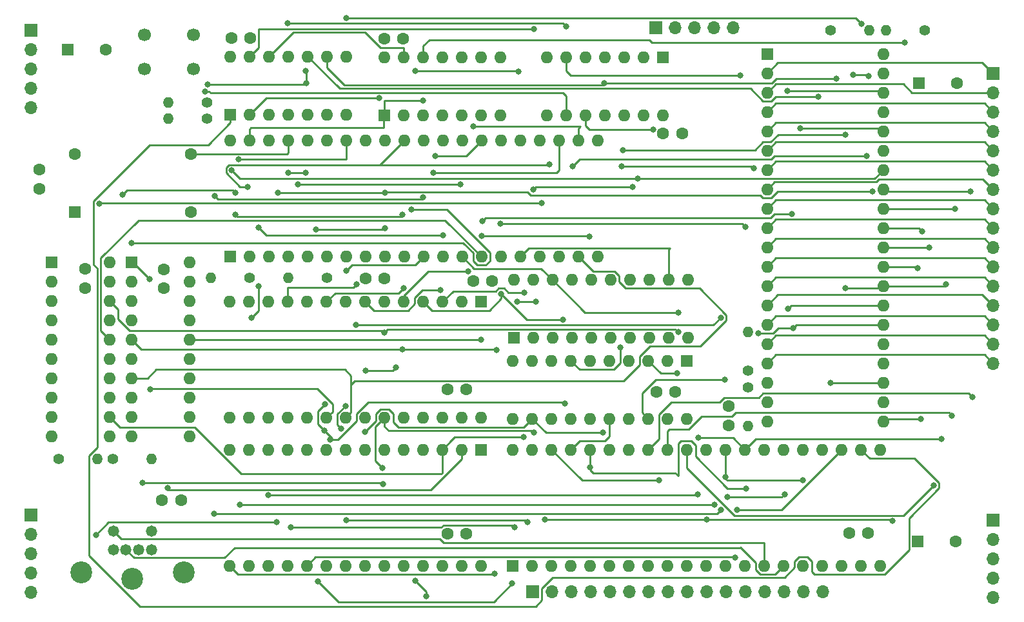
<source format=gbl>
%TF.GenerationSoftware,KiCad,Pcbnew,5.1.12-84ad8e8a86~92~ubuntu18.04.1*%
%TF.CreationDate,2022-05-14T09:18:38-04:00*%
%TF.ProjectId,kicad_vectron_65_plus,6b696361-645f-4766-9563-74726f6e5f36,rev?*%
%TF.SameCoordinates,Original*%
%TF.FileFunction,Copper,L4,Bot*%
%TF.FilePolarity,Positive*%
%FSLAX46Y46*%
G04 Gerber Fmt 4.6, Leading zero omitted, Abs format (unit mm)*
G04 Created by KiCad (PCBNEW 5.1.12-84ad8e8a86~92~ubuntu18.04.1) date 2022-05-14 09:18:38*
%MOMM*%
%LPD*%
G01*
G04 APERTURE LIST*
%TA.AperFunction,ComponentPad*%
%ADD10C,1.600000*%
%TD*%
%TA.AperFunction,ComponentPad*%
%ADD11R,1.600000X1.600000*%
%TD*%
%TA.AperFunction,ComponentPad*%
%ADD12O,1.600000X1.600000*%
%TD*%
%TA.AperFunction,ComponentPad*%
%ADD13C,1.700000*%
%TD*%
%TA.AperFunction,ComponentPad*%
%ADD14O,1.400000X1.400000*%
%TD*%
%TA.AperFunction,ComponentPad*%
%ADD15C,1.400000*%
%TD*%
%TA.AperFunction,ComponentPad*%
%ADD16O,1.700000X1.700000*%
%TD*%
%TA.AperFunction,ComponentPad*%
%ADD17R,1.700000X1.700000*%
%TD*%
%TA.AperFunction,ComponentPad*%
%ADD18C,2.870200*%
%TD*%
%TA.AperFunction,ComponentPad*%
%ADD19C,1.473200*%
%TD*%
%TA.AperFunction,ViaPad*%
%ADD20C,0.800000*%
%TD*%
%TA.AperFunction,Conductor*%
%ADD21C,0.250000*%
%TD*%
G04 APERTURE END LIST*
D10*
%TO.P,X1,7*%
%TO.N,GND*%
X61468000Y-58166000D03*
%TO.P,X1,8*%
%TO.N,Net-(U1-Pad37)*%
X61468000Y-50546000D03*
%TO.P,X1,14*%
%TO.N,+5V*%
X46228000Y-50546000D03*
D11*
%TO.P,X1,1*%
%TO.N,Net-(X1-Pad1)*%
X46228000Y-58166000D03*
%TD*%
D12*
%TO.P,U12,20*%
%TO.N,+5V*%
X103835200Y-67106800D03*
%TO.P,U12,10*%
%TO.N,GND*%
X126695200Y-74726800D03*
%TO.P,U12,19*%
%TO.N,Net-(U11-Pad4)*%
X106375200Y-67106800D03*
%TO.P,U12,9*%
%TO.N,GND*%
X124155200Y-74726800D03*
%TO.P,U12,18*%
%TO.N,Net-(U1-Pad13)*%
X108915200Y-67106800D03*
%TO.P,U12,8*%
%TO.N,GND*%
X121615200Y-74726800D03*
%TO.P,U12,17*%
X111455200Y-67106800D03*
%TO.P,U12,7*%
X119075200Y-74726800D03*
%TO.P,U12,16*%
%TO.N,Net-(U1-Pad14)*%
X113995200Y-67106800D03*
%TO.P,U12,6*%
%TO.N,GND*%
X116535200Y-74726800D03*
%TO.P,U12,15*%
%TO.N,+5V*%
X116535200Y-67106800D03*
%TO.P,U12,5*%
%TO.N,GND*%
X113995200Y-74726800D03*
%TO.P,U12,14*%
%TO.N,Net-(U1-Pad15)*%
X119075200Y-67106800D03*
%TO.P,U12,4*%
%TO.N,GND*%
X111455200Y-74726800D03*
%TO.P,U12,13*%
%TO.N,+5V*%
X121615200Y-67106800D03*
%TO.P,U12,3*%
%TO.N,GND*%
X108915200Y-74726800D03*
%TO.P,U12,12*%
%TO.N,Net-(U1-Pad16)*%
X124155200Y-67106800D03*
%TO.P,U12,2*%
%TO.N,GND*%
X106375200Y-74726800D03*
%TO.P,U12,11*%
%TO.N,+5V*%
X126695200Y-67106800D03*
D11*
%TO.P,U12,1*%
%TO.N,Net-(U12-Pad1)*%
X103835200Y-74726800D03*
%TD*%
D12*
%TO.P,U11,14*%
%TO.N,+5V*%
X123444000Y-45466000D03*
%TO.P,U11,7*%
%TO.N,GND*%
X108204000Y-37846000D03*
%TO.P,U11,13*%
%TO.N,Net-(U11-Pad13)*%
X120904000Y-45466000D03*
%TO.P,U11,6*%
%TO.N,Net-(U11-Pad6)*%
X110744000Y-37846000D03*
%TO.P,U11,12*%
%TO.N,Net-(U11-Pad12)*%
X118364000Y-45466000D03*
%TO.P,U11,5*%
X113284000Y-37846000D03*
%TO.P,U11,11*%
%TO.N,Net-(U11-Pad11)*%
X115824000Y-45466000D03*
%TO.P,U11,4*%
%TO.N,Net-(U11-Pad4)*%
X115824000Y-37846000D03*
%TO.P,U11,10*%
%TO.N,Net-(U11-Pad10)*%
X113284000Y-45466000D03*
%TO.P,U11,3*%
%TO.N,Net-(U11-Pad3)*%
X118364000Y-37846000D03*
%TO.P,U11,9*%
%TO.N,Net-(U11-Pad12)*%
X110744000Y-45466000D03*
%TO.P,U11,2*%
%TO.N,Net-(U11-Pad2)*%
X120904000Y-37846000D03*
%TO.P,U11,8*%
%TO.N,Net-(U11-Pad8)*%
X108204000Y-45466000D03*
D11*
%TO.P,U11,1*%
%TO.N,Net-(U11-Pad1)*%
X123444000Y-37846000D03*
%TD*%
D12*
%TO.P,U10,14*%
%TO.N,+5V*%
X86868000Y-37846000D03*
%TO.P,U10,7*%
%TO.N,GND*%
X102108000Y-45466000D03*
%TO.P,U10,13*%
%TO.N,Net-(U10-Pad13)*%
X89408000Y-37846000D03*
%TO.P,U10,6*%
%TO.N,Net-(U10-Pad6)*%
X99568000Y-45466000D03*
%TO.P,U10,12*%
%TO.N,Net-(U1-Pad39)*%
X91948000Y-37846000D03*
%TO.P,U10,5*%
%TO.N,Net-(U10-Pad5)*%
X97028000Y-45466000D03*
%TO.P,U10,11*%
%TO.N,Net-(U10-Pad11)*%
X94488000Y-37846000D03*
%TO.P,U10,4*%
%TO.N,Net-(U10-Pad4)*%
X94488000Y-45466000D03*
%TO.P,U10,10*%
%TO.N,Net-(U10-Pad10)*%
X97028000Y-37846000D03*
%TO.P,U10,3*%
%TO.N,Net-(U10-Pad3)*%
X91948000Y-45466000D03*
%TO.P,U10,9*%
%TO.N,Net-(U10-Pad9)*%
X99568000Y-37846000D03*
%TO.P,U10,2*%
%TO.N,Net-(U10-Pad2)*%
X89408000Y-45466000D03*
%TO.P,U10,8*%
%TO.N,Net-(U10-Pad8)*%
X102108000Y-37846000D03*
D11*
%TO.P,U10,1*%
%TO.N,Net-(U1-Pad39)*%
X86868000Y-45466000D03*
%TD*%
D12*
%TO.P,U9,14*%
%TO.N,+5V*%
X66649600Y-37795200D03*
%TO.P,U9,7*%
%TO.N,GND*%
X81889600Y-45415200D03*
%TO.P,U9,13*%
%TO.N,Net-(U11-Pad8)*%
X69189600Y-37795200D03*
%TO.P,U9,6*%
%TO.N,Net-(U3-Pad20)*%
X79349600Y-45415200D03*
%TO.P,U9,12*%
%TO.N,Net-(U10-Pad13)*%
X71729600Y-37795200D03*
%TO.P,U9,5*%
%TO.N,Net-(U1-Pad25)*%
X76809600Y-45415200D03*
%TO.P,U9,11*%
%TO.N,Net-(U11-Pad6)*%
X74269600Y-37795200D03*
%TO.P,U9,4*%
%TO.N,Net-(U6-Pad27)*%
X74269600Y-45415200D03*
%TO.P,U9,10*%
%TO.N,Net-(U5-Pad24)*%
X76809600Y-37795200D03*
%TO.P,U9,3*%
%TO.N,Net-(U10-Pad3)*%
X71729600Y-45415200D03*
%TO.P,U9,9*%
%TO.N,Net-(U11-Pad11)*%
X79349600Y-37795200D03*
%TO.P,U9,2*%
%TO.N,Net-(U10-Pad2)*%
X69189600Y-45415200D03*
%TO.P,U9,8*%
%TO.N,Net-(U2-Pad24)*%
X81889600Y-37795200D03*
D11*
%TO.P,U9,1*%
%TO.N,Net-(U1-Pad34)*%
X66649600Y-45415200D03*
%TD*%
D12*
%TO.P,U8,20*%
%TO.N,+5V*%
X126593600Y-85344000D03*
%TO.P,U8,10*%
%TO.N,GND*%
X103733600Y-77724000D03*
%TO.P,U8,19*%
%TO.N,Net-(U11-Pad10)*%
X124053600Y-85344000D03*
%TO.P,U8,9*%
%TO.N,Net-(U1-Pad16)*%
X106273600Y-77724000D03*
%TO.P,U8,18*%
%TO.N,Net-(U1-Pad9)*%
X121513600Y-85344000D03*
%TO.P,U8,8*%
%TO.N,GND*%
X108813600Y-77724000D03*
%TO.P,U8,17*%
X118973600Y-85344000D03*
%TO.P,U8,7*%
%TO.N,Net-(U1-Pad15)*%
X111353600Y-77724000D03*
%TO.P,U8,16*%
%TO.N,Net-(U1-Pad10)*%
X116433600Y-85344000D03*
%TO.P,U8,6*%
%TO.N,GND*%
X113893600Y-77724000D03*
%TO.P,U8,15*%
X113893600Y-85344000D03*
%TO.P,U8,5*%
%TO.N,Net-(U1-Pad14)*%
X116433600Y-77724000D03*
%TO.P,U8,14*%
%TO.N,Net-(U1-Pad11)*%
X111353600Y-85344000D03*
%TO.P,U8,4*%
%TO.N,GND*%
X118973600Y-77724000D03*
%TO.P,U8,13*%
X108813600Y-85344000D03*
%TO.P,U8,3*%
%TO.N,Net-(U1-Pad13)*%
X121513600Y-77724000D03*
%TO.P,U8,12*%
%TO.N,Net-(U1-Pad12)*%
X106273600Y-85344000D03*
%TO.P,U8,2*%
%TO.N,GND*%
X124053600Y-77724000D03*
%TO.P,U8,11*%
X103733600Y-85344000D03*
D11*
%TO.P,U8,1*%
%TO.N,Net-(U8-Pad1)*%
X126593600Y-77724000D03*
%TD*%
D12*
%TO.P,U7,20*%
%TO.N,+5V*%
X50749200Y-64770000D03*
%TO.P,U7,10*%
%TO.N,GND*%
X43129200Y-87630000D03*
%TO.P,U7,19*%
%TO.N,Net-(U11-Pad13)*%
X50749200Y-67310000D03*
%TO.P,U7,9*%
%TO.N,GND*%
X43129200Y-85090000D03*
%TO.P,U7,18*%
%TO.N,Net-(U1-Pad13)*%
X50749200Y-69850000D03*
%TO.P,U7,8*%
%TO.N,GND*%
X43129200Y-82550000D03*
%TO.P,U7,17*%
%TO.N,+5V*%
X50749200Y-72390000D03*
%TO.P,U7,7*%
%TO.N,GND*%
X43129200Y-80010000D03*
%TO.P,U7,16*%
%TO.N,Net-(U1-Pad14)*%
X50749200Y-74930000D03*
%TO.P,U7,6*%
%TO.N,GND*%
X43129200Y-77470000D03*
%TO.P,U7,15*%
%TO.N,+5V*%
X50749200Y-77470000D03*
%TO.P,U7,5*%
%TO.N,GND*%
X43129200Y-74930000D03*
%TO.P,U7,14*%
%TO.N,Net-(U1-Pad15)*%
X50749200Y-80010000D03*
%TO.P,U7,4*%
%TO.N,GND*%
X43129200Y-72390000D03*
%TO.P,U7,13*%
%TO.N,+5V*%
X50749200Y-82550000D03*
%TO.P,U7,3*%
%TO.N,GND*%
X43129200Y-69850000D03*
%TO.P,U7,12*%
%TO.N,Net-(U1-Pad16)*%
X50749200Y-85090000D03*
%TO.P,U7,2*%
%TO.N,GND*%
X43129200Y-67310000D03*
%TO.P,U7,11*%
%TO.N,+5V*%
X50749200Y-87630000D03*
D11*
%TO.P,U7,1*%
%TO.N,Net-(U7-Pad1)*%
X43129200Y-64770000D03*
%TD*%
D12*
%TO.P,U6,28*%
%TO.N,+5V*%
X99568000Y-85242400D03*
%TO.P,U6,14*%
%TO.N,GND*%
X66548000Y-70002400D03*
%TO.P,U6,27*%
%TO.N,Net-(U6-Pad27)*%
X97028000Y-85242400D03*
%TO.P,U6,13*%
%TO.N,Net-(U1-Pad31)*%
X69088000Y-70002400D03*
%TO.P,U6,26*%
%TO.N,Net-(U1-Pad23)*%
X94488000Y-85242400D03*
%TO.P,U6,12*%
%TO.N,Net-(U1-Pad32)*%
X71628000Y-70002400D03*
%TO.P,U6,25*%
%TO.N,Net-(U1-Pad17)*%
X91948000Y-85242400D03*
%TO.P,U6,11*%
%TO.N,Net-(U1-Pad33)*%
X74168000Y-70002400D03*
%TO.P,U6,24*%
%TO.N,Net-(U1-Pad18)*%
X89408000Y-85242400D03*
%TO.P,U6,10*%
%TO.N,Net-(U1-Pad9)*%
X76708000Y-70002400D03*
%TO.P,U6,23*%
%TO.N,Net-(U1-Pad20)*%
X86868000Y-85242400D03*
%TO.P,U6,9*%
%TO.N,Net-(U1-Pad10)*%
X79248000Y-70002400D03*
%TO.P,U6,22*%
%TO.N,Net-(U10-Pad2)*%
X84328000Y-85242400D03*
%TO.P,U6,8*%
%TO.N,Net-(U1-Pad11)*%
X81788000Y-70002400D03*
%TO.P,U6,21*%
%TO.N,Net-(U1-Pad19)*%
X81788000Y-85242400D03*
%TO.P,U6,7*%
%TO.N,Net-(U1-Pad12)*%
X84328000Y-70002400D03*
%TO.P,U6,20*%
%TO.N,Net-(U4-Pad1)*%
X79248000Y-85242400D03*
%TO.P,U6,6*%
%TO.N,Net-(U1-Pad13)*%
X86868000Y-70002400D03*
%TO.P,U6,19*%
%TO.N,Net-(U1-Pad26)*%
X76708000Y-85242400D03*
%TO.P,U6,5*%
%TO.N,Net-(U1-Pad14)*%
X89408000Y-70002400D03*
%TO.P,U6,18*%
%TO.N,Net-(U1-Pad27)*%
X74168000Y-85242400D03*
%TO.P,U6,4*%
%TO.N,Net-(U1-Pad15)*%
X91948000Y-70002400D03*
%TO.P,U6,17*%
%TO.N,Net-(U1-Pad28)*%
X71628000Y-85242400D03*
%TO.P,U6,3*%
%TO.N,Net-(U1-Pad16)*%
X94488000Y-70002400D03*
%TO.P,U6,16*%
%TO.N,Net-(U1-Pad29)*%
X69088000Y-85242400D03*
%TO.P,U6,2*%
%TO.N,Net-(U1-Pad22)*%
X97028000Y-70002400D03*
%TO.P,U6,15*%
%TO.N,Net-(U1-Pad30)*%
X66548000Y-85242400D03*
D11*
%TO.P,U6,1*%
%TO.N,Net-(U1-Pad24)*%
X99568000Y-70002400D03*
%TD*%
D12*
%TO.P,U5,40*%
%TO.N,Net-(U5-Pad40)*%
X103733600Y-89408000D03*
%TO.P,U5,20*%
%TO.N,+5V*%
X151993600Y-104648000D03*
%TO.P,U5,39*%
%TO.N,Net-(U5-Pad39)*%
X106273600Y-89408000D03*
%TO.P,U5,19*%
%TO.N,Net-(U5-Pad19)*%
X149453600Y-104648000D03*
%TO.P,U5,38*%
%TO.N,Net-(U1-Pad9)*%
X108813600Y-89408000D03*
%TO.P,U5,18*%
%TO.N,Net-(U5-Pad18)*%
X146913600Y-104648000D03*
%TO.P,U5,37*%
%TO.N,Net-(U1-Pad10)*%
X111353600Y-89408000D03*
%TO.P,U5,17*%
%TO.N,Net-(J4-Pad16)*%
X144373600Y-104648000D03*
%TO.P,U5,36*%
%TO.N,Net-(U1-Pad11)*%
X113893600Y-89408000D03*
%TO.P,U5,16*%
%TO.N,Net-(J4-Pad15)*%
X141833600Y-104648000D03*
%TO.P,U5,35*%
%TO.N,Net-(U1-Pad12)*%
X116433600Y-89408000D03*
%TO.P,U5,15*%
%TO.N,Net-(J4-Pad14)*%
X139293600Y-104648000D03*
%TO.P,U5,34*%
%TO.N,Net-(R1-Pad1)*%
X118973600Y-89408000D03*
%TO.P,U5,14*%
%TO.N,Net-(J4-Pad13)*%
X136753600Y-104648000D03*
%TO.P,U5,33*%
%TO.N,Net-(U1-Pad33)*%
X121513600Y-89408000D03*
%TO.P,U5,13*%
%TO.N,Net-(J4-Pad12)*%
X134213600Y-104648000D03*
%TO.P,U5,32*%
%TO.N,Net-(U1-Pad32)*%
X124053600Y-89408000D03*
%TO.P,U5,12*%
%TO.N,Net-(J4-Pad11)*%
X131673600Y-104648000D03*
%TO.P,U5,31*%
%TO.N,Net-(U1-Pad31)*%
X126593600Y-89408000D03*
%TO.P,U5,11*%
%TO.N,Net-(J4-Pad10)*%
X129133600Y-104648000D03*
%TO.P,U5,30*%
%TO.N,Net-(U1-Pad30)*%
X129133600Y-89408000D03*
%TO.P,U5,10*%
%TO.N,Net-(J4-Pad9)*%
X126593600Y-104648000D03*
%TO.P,U5,29*%
%TO.N,Net-(U1-Pad29)*%
X131673600Y-89408000D03*
%TO.P,U5,9*%
%TO.N,Net-(J4-Pad8)*%
X124053600Y-104648000D03*
%TO.P,U5,28*%
%TO.N,Net-(U1-Pad28)*%
X134213600Y-89408000D03*
%TO.P,U5,8*%
%TO.N,Net-(J4-Pad7)*%
X121513600Y-104648000D03*
%TO.P,U5,27*%
%TO.N,Net-(U1-Pad27)*%
X136753600Y-89408000D03*
%TO.P,U5,7*%
%TO.N,Net-(J4-Pad6)*%
X118973600Y-104648000D03*
%TO.P,U5,26*%
%TO.N,Net-(U1-Pad26)*%
X139293600Y-89408000D03*
%TO.P,U5,6*%
%TO.N,Net-(J4-Pad5)*%
X116433600Y-104648000D03*
%TO.P,U5,25*%
%TO.N,Net-(U1-Pad39)*%
X141833600Y-89408000D03*
%TO.P,U5,5*%
%TO.N,Net-(J4-Pad4)*%
X113893600Y-104648000D03*
%TO.P,U5,24*%
%TO.N,Net-(U5-Pad24)*%
X144373600Y-89408000D03*
%TO.P,U5,4*%
%TO.N,Net-(J4-Pad3)*%
X111353600Y-104648000D03*
%TO.P,U5,23*%
%TO.N,Net-(U11-Pad6)*%
X146913600Y-89408000D03*
%TO.P,U5,3*%
%TO.N,Net-(J4-Pad2)*%
X108813600Y-104648000D03*
%TO.P,U5,22*%
%TO.N,Net-(U1-Pad34)*%
X149453600Y-89408000D03*
%TO.P,U5,2*%
%TO.N,Net-(J4-Pad1)*%
X106273600Y-104648000D03*
%TO.P,U5,21*%
%TO.N,Net-(U5-Pad21)*%
X151993600Y-89408000D03*
D11*
%TO.P,U5,1*%
%TO.N,GND*%
X103733600Y-104648000D03*
%TD*%
D12*
%TO.P,U4,20*%
%TO.N,+5V*%
X61264800Y-64770000D03*
%TO.P,U4,10*%
%TO.N,GND*%
X53644800Y-87630000D03*
%TO.P,U4,19*%
%TO.N,Net-(U11-Pad12)*%
X61264800Y-67310000D03*
%TO.P,U4,9*%
%TO.N,Net-(U1-Pad20)*%
X53644800Y-85090000D03*
%TO.P,U4,18*%
%TO.N,Net-(U1-Pad25)*%
X61264800Y-69850000D03*
%TO.P,U4,8*%
%TO.N,+5V*%
X53644800Y-82550000D03*
%TO.P,U4,17*%
%TO.N,GND*%
X61264800Y-72390000D03*
%TO.P,U4,7*%
%TO.N,Net-(U1-Pad19)*%
X53644800Y-80010000D03*
%TO.P,U4,16*%
%TO.N,Net-(U1-Pad24)*%
X61264800Y-74930000D03*
%TO.P,U4,6*%
%TO.N,+5V*%
X53644800Y-77470000D03*
%TO.P,U4,15*%
X61264800Y-77470000D03*
%TO.P,U4,5*%
%TO.N,Net-(U1-Pad18)*%
X53644800Y-74930000D03*
%TO.P,U4,14*%
%TO.N,Net-(U1-Pad23)*%
X61264800Y-80010000D03*
%TO.P,U4,4*%
%TO.N,+5V*%
X53644800Y-72390000D03*
%TO.P,U4,13*%
X61264800Y-82550000D03*
%TO.P,U4,3*%
%TO.N,Net-(U1-Pad17)*%
X53644800Y-69850000D03*
%TO.P,U4,12*%
%TO.N,Net-(U1-Pad22)*%
X61264800Y-85090000D03*
%TO.P,U4,2*%
%TO.N,+5V*%
X53644800Y-67310000D03*
%TO.P,U4,11*%
X61264800Y-87630000D03*
D11*
%TO.P,U4,1*%
%TO.N,Net-(U4-Pad1)*%
X53644800Y-64770000D03*
%TD*%
D12*
%TO.P,U3,28*%
%TO.N,+5V*%
X99517200Y-104648000D03*
%TO.P,U3,14*%
%TO.N,GND*%
X66497200Y-89408000D03*
%TO.P,U3,27*%
%TO.N,+5V*%
X96977200Y-104648000D03*
%TO.P,U3,13*%
%TO.N,Net-(U1-Pad31)*%
X69037200Y-89408000D03*
%TO.P,U3,26*%
%TO.N,Net-(U1-Pad23)*%
X94437200Y-104648000D03*
%TO.P,U3,12*%
%TO.N,Net-(U1-Pad32)*%
X71577200Y-89408000D03*
%TO.P,U3,25*%
%TO.N,Net-(U1-Pad17)*%
X91897200Y-104648000D03*
%TO.P,U3,11*%
%TO.N,Net-(U1-Pad33)*%
X74117200Y-89408000D03*
%TO.P,U3,24*%
%TO.N,Net-(U1-Pad18)*%
X89357200Y-104648000D03*
%TO.P,U3,10*%
%TO.N,Net-(U1-Pad9)*%
X76657200Y-89408000D03*
%TO.P,U3,23*%
%TO.N,Net-(U1-Pad20)*%
X86817200Y-104648000D03*
%TO.P,U3,9*%
%TO.N,Net-(U1-Pad10)*%
X79197200Y-89408000D03*
%TO.P,U3,22*%
%TO.N,GND*%
X84277200Y-104648000D03*
%TO.P,U3,8*%
%TO.N,Net-(U1-Pad11)*%
X81737200Y-89408000D03*
%TO.P,U3,21*%
%TO.N,Net-(U1-Pad19)*%
X81737200Y-104648000D03*
%TO.P,U3,7*%
%TO.N,Net-(U1-Pad12)*%
X84277200Y-89408000D03*
%TO.P,U3,20*%
%TO.N,Net-(U3-Pad20)*%
X79197200Y-104648000D03*
%TO.P,U3,6*%
%TO.N,Net-(U1-Pad13)*%
X86817200Y-89408000D03*
%TO.P,U3,19*%
%TO.N,Net-(U1-Pad26)*%
X76657200Y-104648000D03*
%TO.P,U3,5*%
%TO.N,Net-(U1-Pad14)*%
X89357200Y-89408000D03*
%TO.P,U3,18*%
%TO.N,Net-(U1-Pad27)*%
X74117200Y-104648000D03*
%TO.P,U3,4*%
%TO.N,Net-(U1-Pad15)*%
X91897200Y-89408000D03*
%TO.P,U3,17*%
%TO.N,Net-(U1-Pad28)*%
X71577200Y-104648000D03*
%TO.P,U3,3*%
%TO.N,Net-(U1-Pad16)*%
X94437200Y-89408000D03*
%TO.P,U3,16*%
%TO.N,Net-(U1-Pad29)*%
X69037200Y-104648000D03*
%TO.P,U3,2*%
%TO.N,Net-(U1-Pad22)*%
X96977200Y-89408000D03*
%TO.P,U3,15*%
%TO.N,Net-(U1-Pad30)*%
X66497200Y-104648000D03*
D11*
%TO.P,U3,1*%
%TO.N,Net-(U1-Pad24)*%
X99517200Y-89408000D03*
%TD*%
D12*
%TO.P,U2,40*%
%TO.N,Net-(R6-Pad2)*%
X152349200Y-37439600D03*
%TO.P,U2,20*%
%TO.N,+5V*%
X137109200Y-85699600D03*
%TO.P,U2,39*%
%TO.N,Net-(R7-Pad2)*%
X152349200Y-39979600D03*
%TO.P,U2,19*%
%TO.N,Net-(R5-Pad1)*%
X137109200Y-83159600D03*
%TO.P,U2,38*%
%TO.N,Net-(U1-Pad9)*%
X152349200Y-42519600D03*
%TO.P,U2,18*%
%TO.N,Net-(R8-Pad1)*%
X137109200Y-80619600D03*
%TO.P,U2,37*%
%TO.N,Net-(U1-Pad10)*%
X152349200Y-45059600D03*
%TO.P,U2,17*%
%TO.N,Net-(J3-Pad16)*%
X137109200Y-78079600D03*
%TO.P,U2,36*%
%TO.N,Net-(U1-Pad11)*%
X152349200Y-47599600D03*
%TO.P,U2,16*%
%TO.N,Net-(J3-Pad15)*%
X137109200Y-75539600D03*
%TO.P,U2,35*%
%TO.N,Net-(U1-Pad12)*%
X152349200Y-50139600D03*
%TO.P,U2,15*%
%TO.N,Net-(J3-Pad14)*%
X137109200Y-72999600D03*
%TO.P,U2,34*%
%TO.N,Net-(R1-Pad1)*%
X152349200Y-52679600D03*
%TO.P,U2,14*%
%TO.N,Net-(J3-Pad13)*%
X137109200Y-70459600D03*
%TO.P,U2,33*%
%TO.N,Net-(U1-Pad33)*%
X152349200Y-55219600D03*
%TO.P,U2,13*%
%TO.N,Net-(J3-Pad12)*%
X137109200Y-67919600D03*
%TO.P,U2,32*%
%TO.N,Net-(U1-Pad32)*%
X152349200Y-57759600D03*
%TO.P,U2,12*%
%TO.N,Net-(J3-Pad11)*%
X137109200Y-65379600D03*
%TO.P,U2,31*%
%TO.N,Net-(U1-Pad31)*%
X152349200Y-60299600D03*
%TO.P,U2,11*%
%TO.N,Net-(J3-Pad10)*%
X137109200Y-62839600D03*
%TO.P,U2,30*%
%TO.N,Net-(U1-Pad30)*%
X152349200Y-62839600D03*
%TO.P,U2,10*%
%TO.N,Net-(J3-Pad9)*%
X137109200Y-60299600D03*
%TO.P,U2,29*%
%TO.N,Net-(U1-Pad29)*%
X152349200Y-65379600D03*
%TO.P,U2,9*%
%TO.N,Net-(J3-Pad8)*%
X137109200Y-57759600D03*
%TO.P,U2,28*%
%TO.N,Net-(U1-Pad28)*%
X152349200Y-67919600D03*
%TO.P,U2,8*%
%TO.N,Net-(J3-Pad7)*%
X137109200Y-55219600D03*
%TO.P,U2,27*%
%TO.N,Net-(U1-Pad27)*%
X152349200Y-70459600D03*
%TO.P,U2,7*%
%TO.N,Net-(J3-Pad6)*%
X137109200Y-52679600D03*
%TO.P,U2,26*%
%TO.N,Net-(U1-Pad26)*%
X152349200Y-72999600D03*
%TO.P,U2,6*%
%TO.N,Net-(J3-Pad5)*%
X137109200Y-50139600D03*
%TO.P,U2,25*%
%TO.N,Net-(U1-Pad39)*%
X152349200Y-75539600D03*
%TO.P,U2,5*%
%TO.N,Net-(J3-Pad4)*%
X137109200Y-47599600D03*
%TO.P,U2,24*%
%TO.N,Net-(U2-Pad24)*%
X152349200Y-78079600D03*
%TO.P,U2,4*%
%TO.N,Net-(J3-Pad3)*%
X137109200Y-45059600D03*
%TO.P,U2,23*%
%TO.N,Net-(U11-Pad11)*%
X152349200Y-80619600D03*
%TO.P,U2,3*%
%TO.N,Net-(J3-Pad2)*%
X137109200Y-42519600D03*
%TO.P,U2,22*%
%TO.N,Net-(U1-Pad34)*%
X152349200Y-83159600D03*
%TO.P,U2,2*%
%TO.N,Net-(J3-Pad1)*%
X137109200Y-39979600D03*
%TO.P,U2,21*%
%TO.N,Net-(U1-Pad4)*%
X152349200Y-85699600D03*
D11*
%TO.P,U2,1*%
%TO.N,GND*%
X137109200Y-37439600D03*
%TD*%
D12*
%TO.P,U1,40*%
%TO.N,Net-(R1-Pad1)*%
X66598800Y-48818800D03*
%TO.P,U1,20*%
%TO.N,Net-(U1-Pad20)*%
X114858800Y-64058800D03*
%TO.P,U1,39*%
%TO.N,Net-(U1-Pad39)*%
X69138800Y-48818800D03*
%TO.P,U1,19*%
%TO.N,Net-(U1-Pad19)*%
X112318800Y-64058800D03*
%TO.P,U1,38*%
%TO.N,+5V*%
X71678800Y-48818800D03*
%TO.P,U1,18*%
%TO.N,Net-(U1-Pad18)*%
X109778800Y-64058800D03*
%TO.P,U1,37*%
%TO.N,Net-(U1-Pad37)*%
X74218800Y-48818800D03*
%TO.P,U1,17*%
%TO.N,Net-(U1-Pad17)*%
X107238800Y-64058800D03*
%TO.P,U1,36*%
%TO.N,Net-(R4-Pad1)*%
X76758800Y-48818800D03*
%TO.P,U1,16*%
%TO.N,Net-(U1-Pad16)*%
X104698800Y-64058800D03*
%TO.P,U1,35*%
%TO.N,Net-(U1-Pad35)*%
X79298800Y-48818800D03*
%TO.P,U1,15*%
%TO.N,Net-(U1-Pad15)*%
X102158800Y-64058800D03*
%TO.P,U1,34*%
%TO.N,Net-(U1-Pad34)*%
X81838800Y-48818800D03*
%TO.P,U1,14*%
%TO.N,Net-(U1-Pad14)*%
X99618800Y-64058800D03*
%TO.P,U1,33*%
%TO.N,Net-(U1-Pad33)*%
X84378800Y-48818800D03*
%TO.P,U1,13*%
%TO.N,Net-(U1-Pad13)*%
X97078800Y-64058800D03*
%TO.P,U1,32*%
%TO.N,Net-(U1-Pad32)*%
X86918800Y-48818800D03*
%TO.P,U1,12*%
%TO.N,Net-(U1-Pad12)*%
X94538800Y-64058800D03*
%TO.P,U1,31*%
%TO.N,Net-(U1-Pad31)*%
X89458800Y-48818800D03*
%TO.P,U1,11*%
%TO.N,Net-(U1-Pad11)*%
X91998800Y-64058800D03*
%TO.P,U1,30*%
%TO.N,Net-(U1-Pad30)*%
X91998800Y-48818800D03*
%TO.P,U1,10*%
%TO.N,Net-(U1-Pad10)*%
X89458800Y-64058800D03*
%TO.P,U1,29*%
%TO.N,Net-(U1-Pad29)*%
X94538800Y-48818800D03*
%TO.P,U1,9*%
%TO.N,Net-(U1-Pad9)*%
X86918800Y-64058800D03*
%TO.P,U1,28*%
%TO.N,Net-(U1-Pad28)*%
X97078800Y-48818800D03*
%TO.P,U1,8*%
%TO.N,+5V*%
X84378800Y-64058800D03*
%TO.P,U1,27*%
%TO.N,Net-(U1-Pad27)*%
X99618800Y-48818800D03*
%TO.P,U1,7*%
%TO.N,Net-(U1-Pad7)*%
X81838800Y-64058800D03*
%TO.P,U1,26*%
%TO.N,Net-(U1-Pad26)*%
X102158800Y-48818800D03*
%TO.P,U1,6*%
%TO.N,Net-(R2-Pad1)*%
X79298800Y-64058800D03*
%TO.P,U1,25*%
%TO.N,Net-(U1-Pad25)*%
X104698800Y-48818800D03*
%TO.P,U1,5*%
%TO.N,Net-(U1-Pad5)*%
X76758800Y-64058800D03*
%TO.P,U1,24*%
%TO.N,Net-(U1-Pad24)*%
X107238800Y-48818800D03*
%TO.P,U1,4*%
%TO.N,Net-(U1-Pad4)*%
X74218800Y-64058800D03*
%TO.P,U1,23*%
%TO.N,Net-(U1-Pad23)*%
X109778800Y-48818800D03*
%TO.P,U1,3*%
%TO.N,Net-(U1-Pad3)*%
X71678800Y-64058800D03*
%TO.P,U1,22*%
%TO.N,Net-(U1-Pad22)*%
X112318800Y-48818800D03*
%TO.P,U1,2*%
%TO.N,Net-(R3-Pad1)*%
X69138800Y-64058800D03*
%TO.P,U1,21*%
%TO.N,GND*%
X114858800Y-48818800D03*
D11*
%TO.P,U1,1*%
%TO.N,Net-(U1-Pad1)*%
X66598800Y-64058800D03*
%TD*%
D13*
%TO.P,Reset,1*%
%TO.N,Net-(SW1-Pad1)*%
X55323600Y-34899600D03*
%TO.P,Reset,2*%
%TO.N,Net-(R1-Pad1)*%
X61823600Y-34899600D03*
%TO.P,Reset,3*%
%TO.N,GND*%
X55323600Y-39399600D03*
%TO.P,Reset,4*%
X61823600Y-39399600D03*
%TD*%
D14*
%TO.P,R10,2*%
%TO.N,Net-(J4-Pad14)*%
X49174400Y-90627200D03*
D15*
%TO.P,R10,1*%
%TO.N,+5V*%
X44094400Y-90627200D03*
%TD*%
D14*
%TO.P,R9,2*%
%TO.N,+5V*%
X56286400Y-90627200D03*
D15*
%TO.P,R9,1*%
%TO.N,Net-(J4-Pad13)*%
X51206400Y-90627200D03*
%TD*%
D14*
%TO.P,R8,2*%
%TO.N,GND*%
X134569200Y-73964800D03*
D15*
%TO.P,R8,1*%
%TO.N,Net-(R8-Pad1)*%
X134569200Y-79044800D03*
%TD*%
D14*
%TO.P,R7,2*%
%TO.N,Net-(R7-Pad2)*%
X150520400Y-34290000D03*
D15*
%TO.P,R7,1*%
%TO.N,GND*%
X145440400Y-34290000D03*
%TD*%
D14*
%TO.P,R6,2*%
%TO.N,Net-(R6-Pad2)*%
X152755600Y-34290000D03*
D15*
%TO.P,R6,1*%
%TO.N,GND*%
X157835600Y-34290000D03*
%TD*%
D14*
%TO.P,R5,2*%
%TO.N,GND*%
X134569200Y-86309200D03*
D15*
%TO.P,R5,1*%
%TO.N,Net-(R5-Pad1)*%
X134569200Y-81229200D03*
%TD*%
D14*
%TO.P,R4,2*%
%TO.N,+5V*%
X58470800Y-45923200D03*
D15*
%TO.P,R4,1*%
%TO.N,Net-(R4-Pad1)*%
X63550800Y-45923200D03*
%TD*%
D14*
%TO.P,R3,2*%
%TO.N,+5V*%
X64058800Y-66802000D03*
D15*
%TO.P,R3,1*%
%TO.N,Net-(R3-Pad1)*%
X69138800Y-66802000D03*
%TD*%
D14*
%TO.P,R2,2*%
%TO.N,+5V*%
X74218800Y-66852800D03*
D15*
%TO.P,R2,1*%
%TO.N,Net-(R2-Pad1)*%
X79298800Y-66852800D03*
%TD*%
D14*
%TO.P,R1,2*%
%TO.N,+5V*%
X58470800Y-43789600D03*
D15*
%TO.P,R1,1*%
%TO.N,Net-(R1-Pad1)*%
X63550800Y-43789600D03*
%TD*%
D16*
%TO.P,J7,5*%
%TO.N,GND*%
X40436800Y-44450000D03*
%TO.P,J7,4*%
X40436800Y-41910000D03*
%TO.P,J7,3*%
X40436800Y-39370000D03*
%TO.P,J7,2*%
%TO.N,+5V*%
X40436800Y-36830000D03*
D17*
%TO.P,J7,1*%
X40436800Y-34290000D03*
%TD*%
D16*
%TO.P,J6,5*%
%TO.N,GND*%
X40436800Y-108153200D03*
%TO.P,J6,4*%
X40436800Y-105613200D03*
%TO.P,J6,3*%
X40436800Y-103073200D03*
%TO.P,J6,2*%
%TO.N,+5V*%
X40436800Y-100533200D03*
D17*
%TO.P,J6,1*%
X40436800Y-97993200D03*
%TD*%
D18*
%TO.P,J5,11*%
%TO.N,N/C*%
X53771800Y-106375200D03*
%TO.P,J5,10*%
X47015400Y-105562400D03*
%TO.P,J5,9*%
X60528200Y-105562400D03*
D19*
%TO.P,J5,5*%
%TO.N,Net-(J4-Pad13)*%
X51257200Y-100076000D03*
%TO.P,J5,6*%
%TO.N,Net-(J5-Pad6)*%
X56286400Y-100076000D03*
%TO.P,J5,3*%
%TO.N,GND*%
X51257200Y-102565200D03*
%TO.P,J5,1*%
%TO.N,Net-(J4-Pad14)*%
X52933600Y-102565200D03*
%TO.P,J5,2*%
%TO.N,Net-(J5-Pad2)*%
X54610000Y-102565200D03*
%TO.P,J5,4*%
%TO.N,+5V*%
X56286400Y-102565200D03*
%TD*%
D16*
%TO.P,J4,16*%
%TO.N,Net-(J4-Pad16)*%
X144424400Y-108102400D03*
%TO.P,J4,15*%
%TO.N,Net-(J4-Pad15)*%
X141884400Y-108102400D03*
%TO.P,J4,14*%
%TO.N,Net-(J4-Pad14)*%
X139344400Y-108102400D03*
%TO.P,J4,13*%
%TO.N,Net-(J4-Pad13)*%
X136804400Y-108102400D03*
%TO.P,J4,12*%
%TO.N,Net-(J4-Pad12)*%
X134264400Y-108102400D03*
%TO.P,J4,11*%
%TO.N,Net-(J4-Pad11)*%
X131724400Y-108102400D03*
%TO.P,J4,10*%
%TO.N,Net-(J4-Pad10)*%
X129184400Y-108102400D03*
%TO.P,J4,9*%
%TO.N,Net-(J4-Pad9)*%
X126644400Y-108102400D03*
%TO.P,J4,8*%
%TO.N,Net-(J4-Pad8)*%
X124104400Y-108102400D03*
%TO.P,J4,7*%
%TO.N,Net-(J4-Pad7)*%
X121564400Y-108102400D03*
%TO.P,J4,6*%
%TO.N,Net-(J4-Pad6)*%
X119024400Y-108102400D03*
%TO.P,J4,5*%
%TO.N,Net-(J4-Pad5)*%
X116484400Y-108102400D03*
%TO.P,J4,4*%
%TO.N,Net-(J4-Pad4)*%
X113944400Y-108102400D03*
%TO.P,J4,3*%
%TO.N,Net-(J4-Pad3)*%
X111404400Y-108102400D03*
%TO.P,J4,2*%
%TO.N,Net-(J4-Pad2)*%
X108864400Y-108102400D03*
D17*
%TO.P,J4,1*%
%TO.N,Net-(J4-Pad1)*%
X106324400Y-108102400D03*
%TD*%
D16*
%TO.P,J3,16*%
%TO.N,Net-(J3-Pad16)*%
X166776400Y-78079600D03*
%TO.P,J3,15*%
%TO.N,Net-(J3-Pad15)*%
X166776400Y-75539600D03*
%TO.P,J3,14*%
%TO.N,Net-(J3-Pad14)*%
X166776400Y-72999600D03*
%TO.P,J3,13*%
%TO.N,Net-(J3-Pad13)*%
X166776400Y-70459600D03*
%TO.P,J3,12*%
%TO.N,Net-(J3-Pad12)*%
X166776400Y-67919600D03*
%TO.P,J3,11*%
%TO.N,Net-(J3-Pad11)*%
X166776400Y-65379600D03*
%TO.P,J3,10*%
%TO.N,Net-(J3-Pad10)*%
X166776400Y-62839600D03*
%TO.P,J3,9*%
%TO.N,Net-(J3-Pad9)*%
X166776400Y-60299600D03*
%TO.P,J3,8*%
%TO.N,Net-(J3-Pad8)*%
X166776400Y-57759600D03*
%TO.P,J3,7*%
%TO.N,Net-(J3-Pad7)*%
X166776400Y-55219600D03*
%TO.P,J3,6*%
%TO.N,Net-(J3-Pad6)*%
X166776400Y-52679600D03*
%TO.P,J3,5*%
%TO.N,Net-(J3-Pad5)*%
X166776400Y-50139600D03*
%TO.P,J3,4*%
%TO.N,Net-(J3-Pad4)*%
X166776400Y-47599600D03*
%TO.P,J3,3*%
%TO.N,Net-(J3-Pad3)*%
X166776400Y-45059600D03*
%TO.P,J3,2*%
%TO.N,Net-(J3-Pad2)*%
X166776400Y-42519600D03*
D17*
%TO.P,J3,1*%
%TO.N,Net-(J3-Pad1)*%
X166776400Y-39979600D03*
%TD*%
D16*
%TO.P,J2,5*%
%TO.N,GND*%
X132689600Y-33985200D03*
%TO.P,J2,4*%
X130149600Y-33985200D03*
%TO.P,J2,3*%
X127609600Y-33985200D03*
%TO.P,J2,2*%
%TO.N,+5V*%
X125069600Y-33985200D03*
D17*
%TO.P,J2,1*%
X122529600Y-33985200D03*
%TD*%
D16*
%TO.P,J1,5*%
%TO.N,GND*%
X166776400Y-108813600D03*
%TO.P,J1,4*%
X166776400Y-106273600D03*
%TO.P,J1,3*%
X166776400Y-103733600D03*
%TO.P,J1,2*%
%TO.N,+5V*%
X166776400Y-101193600D03*
D17*
%TO.P,J1,1*%
X166776400Y-98653600D03*
%TD*%
D10*
%TO.P,C17,2*%
%TO.N,GND*%
X161870400Y-101447600D03*
D11*
%TO.P,C17,1*%
%TO.N,+5V*%
X156870400Y-101447600D03*
%TD*%
D10*
%TO.P,C16,2*%
%TO.N,GND*%
X162022800Y-41249600D03*
D11*
%TO.P,C16,1*%
%TO.N,+5V*%
X157022800Y-41249600D03*
%TD*%
D10*
%TO.P,C15,2*%
%TO.N,GND*%
X95137600Y-81483200D03*
%TO.P,C15,1*%
%TO.N,+5V*%
X97637600Y-81483200D03*
%TD*%
%TO.P,C14,2*%
%TO.N,GND*%
X57861200Y-68235200D03*
%TO.P,C14,1*%
%TO.N,+5V*%
X57861200Y-65735200D03*
%TD*%
%TO.P,C13,2*%
%TO.N,GND*%
X60158000Y-96062800D03*
%TO.P,C13,1*%
%TO.N,+5V*%
X57658000Y-96062800D03*
%TD*%
%TO.P,C12,2*%
%TO.N,GND*%
X89317200Y-35407600D03*
%TO.P,C12,1*%
%TO.N,+5V*%
X86817200Y-35407600D03*
%TD*%
%TO.P,C11,2*%
%TO.N,GND*%
X132029200Y-83707600D03*
%TO.P,C11,1*%
%TO.N,+5V*%
X132029200Y-86207600D03*
%TD*%
%TO.P,C10,2*%
%TO.N,GND*%
X125944000Y-47904400D03*
%TO.P,C10,1*%
%TO.N,+5V*%
X123444000Y-47904400D03*
%TD*%
%TO.P,C9,2*%
%TO.N,GND*%
X86878800Y-66903600D03*
%TO.P,C9,1*%
%TO.N,+5V*%
X84378800Y-66903600D03*
%TD*%
%TO.P,C8,2*%
%TO.N,GND*%
X147868000Y-100330000D03*
%TO.P,C8,1*%
%TO.N,+5V*%
X150368000Y-100330000D03*
%TD*%
%TO.P,C7,2*%
%TO.N,GND*%
X95137600Y-100482400D03*
%TO.P,C7,1*%
%TO.N,+5V*%
X97637600Y-100482400D03*
%TD*%
%TO.P,C6,2*%
%TO.N,GND*%
X69251200Y-35356800D03*
%TO.P,C6,1*%
%TO.N,+5V*%
X66751200Y-35356800D03*
%TD*%
%TO.P,C5,2*%
%TO.N,GND*%
X122569600Y-81838800D03*
%TO.P,C5,1*%
%TO.N,+5V*%
X125069600Y-81838800D03*
%TD*%
%TO.P,C4,2*%
%TO.N,GND*%
X98490400Y-67259200D03*
%TO.P,C4,1*%
%TO.N,+5V*%
X100990400Y-67259200D03*
%TD*%
%TO.P,C3,2*%
%TO.N,GND*%
X47599600Y-68184400D03*
%TO.P,C3,1*%
%TO.N,+5V*%
X47599600Y-65684400D03*
%TD*%
%TO.P,C2,2*%
%TO.N,GND*%
X50262800Y-36880800D03*
D11*
%TO.P,C2,1*%
%TO.N,+5V*%
X45262800Y-36880800D03*
%TD*%
D10*
%TO.P,C1,2*%
%TO.N,GND*%
X41554400Y-55118000D03*
%TO.P,C1,1*%
%TO.N,+5V*%
X41554400Y-52618000D03*
%TD*%
D20*
%TO.N,Net-(R1-Pad1)*%
X66802000Y-52730400D03*
X120149401Y-53804601D03*
%TO.N,Net-(R4-Pad1)*%
X74218800Y-53079601D03*
X76555600Y-53079601D03*
%TO.N,Net-(U1-Pad20)*%
X55067200Y-93726000D03*
X86664800Y-93929200D03*
X86563200Y-91795600D03*
X106476800Y-87172800D03*
%TO.N,Net-(U1-Pad39)*%
X91897200Y-43586400D03*
X155143200Y-35966400D03*
%TO.N,Net-(U1-Pad18)*%
X89255600Y-76250800D03*
X101600000Y-76301600D03*
X104271653Y-69972347D03*
X106781600Y-70002400D03*
%TO.N,Net-(U1-Pad17)*%
X49428400Y-57099200D03*
X107492800Y-56997600D03*
X92354400Y-108661200D03*
X90932000Y-106629200D03*
%TO.N,Net-(U1-Pad16)*%
X105156000Y-87782400D03*
X105250199Y-68775799D03*
%TO.N,Net-(U1-Pad15)*%
X102209600Y-68935600D03*
X90373200Y-57861200D03*
X53695600Y-62230000D03*
X117805200Y-75946000D03*
X110286800Y-72325400D03*
%TO.N,Net-(U1-Pad34)*%
X67716400Y-51271000D03*
%TO.N,Net-(U1-Pad14)*%
X97816455Y-66032088D03*
X99618800Y-61315600D03*
X113741200Y-61417200D03*
%TO.N,Net-(U1-Pad33)*%
X83213928Y-67680181D03*
X164033200Y-82499200D03*
X163779200Y-55473600D03*
X74574400Y-99618800D03*
X103987600Y-99568000D03*
%TO.N,Net-(U1-Pad13)*%
X86868000Y-74015600D03*
X125425200Y-71374000D03*
X125323600Y-79349600D03*
X125425200Y-73964800D03*
%TO.N,Net-(U1-Pad32)*%
X72847200Y-55626000D03*
X86918800Y-55626000D03*
X161747200Y-57759600D03*
X161391600Y-84988400D03*
X150940600Y-55524400D03*
%TO.N,Net-(U1-Pad12)*%
X94234000Y-68427600D03*
X115570000Y-87172800D03*
X84277200Y-87095190D03*
X83108800Y-73050400D03*
X131013200Y-72085200D03*
%TO.N,Net-(U1-Pad31)*%
X68884800Y-54864000D03*
X108508800Y-51968400D03*
X111556800Y-52171600D03*
X150215600Y-50829599D03*
X157480000Y-60706000D03*
X158953200Y-94132400D03*
%TO.N,Net-(U1-Pad11)*%
X81737200Y-83667600D03*
X81148801Y-86614000D03*
X81889600Y-65887600D03*
X141427200Y-47199599D03*
X134315200Y-94538800D03*
X81838800Y-98653600D03*
X105664000Y-98958400D03*
X113893600Y-91694000D03*
%TO.N,Net-(U1-Pad30)*%
X64617600Y-56083200D03*
X91948000Y-56272600D03*
X158394400Y-62890400D03*
X101346000Y-105714800D03*
X107950000Y-98565800D03*
X153568400Y-98782801D03*
X129198200Y-98565800D03*
%TO.N,Net-(U1-Pad10)*%
X79044800Y-83464400D03*
X78943200Y-86868000D03*
X89408000Y-68173600D03*
X118008400Y-52171600D03*
X135331200Y-52425600D03*
X148386451Y-40132000D03*
X150418800Y-40335200D03*
X79698801Y-88107655D03*
X110540800Y-83362800D03*
%TO.N,Net-(U1-Pad29)*%
X156870400Y-65582800D03*
X141833600Y-93421200D03*
X67868800Y-96621600D03*
X130200400Y-96621600D03*
X131673600Y-93014800D03*
X69392800Y-72085200D03*
X70358000Y-67919600D03*
X70307200Y-60248800D03*
X94589600Y-61264800D03*
%TO.N,Net-(U1-Pad9)*%
X77876400Y-60502800D03*
X86969600Y-60350400D03*
X139750800Y-42265600D03*
X131521200Y-80213200D03*
X122885200Y-93421200D03*
X78130400Y-106680000D03*
X103632000Y-106984800D03*
%TO.N,Net-(U1-Pad28)*%
X160629600Y-67665600D03*
X159969200Y-87985600D03*
X71577200Y-95379201D03*
X127965200Y-95250000D03*
X128066800Y-87833200D03*
X118211600Y-50088800D03*
X147421600Y-48056800D03*
X147370800Y-68224400D03*
%TO.N,Net-(U1-Pad27)*%
X139852400Y-70916800D03*
X99720400Y-59385200D03*
X140360400Y-58449599D03*
X72694800Y-98958400D03*
X49022000Y-100584000D03*
X52476400Y-55930800D03*
X67291265Y-55675251D03*
X67288799Y-58521600D03*
X89255600Y-58566001D03*
X93522800Y-50850800D03*
%TO.N,Net-(U1-Pad26)*%
X140512800Y-73456800D03*
X102057200Y-59710201D03*
X134269199Y-60147200D03*
X135940800Y-74117200D03*
X132892800Y-103581200D03*
%TO.N,Net-(U1-Pad25)*%
X76606400Y-41300400D03*
X76555600Y-39674800D03*
X90881200Y-39674800D03*
X104495600Y-39776400D03*
X63613028Y-41418515D03*
%TO.N,Net-(U1-Pad24)*%
X99568000Y-74930000D03*
%TO.N,Net-(U1-Pad4)*%
X64465200Y-97840800D03*
X131081058Y-97329725D03*
X131876800Y-95656400D03*
X139395200Y-95300800D03*
X157269401Y-85394800D03*
%TO.N,Net-(U1-Pad23)*%
X93319600Y-53079601D03*
%TO.N,Net-(U1-Pad22)*%
X58369200Y-94451000D03*
X98552000Y-46939200D03*
%TO.N,Net-(U2-Pad24)*%
X81889600Y-32687600D03*
X149511450Y-33470228D03*
%TO.N,Net-(U11-Pad11)*%
X115722400Y-41254599D03*
X146202400Y-40669599D03*
X145440400Y-80619600D03*
%TO.N,Net-(U11-Pad12)*%
X63296800Y-42367200D03*
%TO.N,Net-(U4-Pad1)*%
X56134000Y-81483200D03*
X56032400Y-67005200D03*
%TO.N,Net-(U5-Pad24)*%
X143865600Y-43027600D03*
%TO.N,Net-(U11-Pad6)*%
X74168000Y-33412600D03*
X110693200Y-33782000D03*
X133553200Y-40284400D03*
X133197600Y-97332800D03*
%TO.N,Net-(U6-Pad27)*%
X75488800Y-54529601D03*
X96875600Y-54529601D03*
%TO.N,Net-(U10-Pad2)*%
X86203963Y-43244600D03*
X88341200Y-78638400D03*
X84378800Y-79044800D03*
%TO.N,Net-(U11-Pad10)*%
X122157195Y-47352912D03*
%TO.N,Net-(U11-Pad8)*%
X106527600Y-34137600D03*
%TO.N,Net-(U11-Pad4)*%
X119475201Y-54914800D03*
X106426000Y-55270400D03*
%TD*%
D21*
%TO.N,Net-(J3-Pad16)*%
X138234201Y-76954599D02*
X137109200Y-78079600D01*
X165651399Y-76954599D02*
X138234201Y-76954599D01*
X166776400Y-78079600D02*
X165651399Y-76954599D01*
%TO.N,Net-(J3-Pad15)*%
X138234201Y-74414599D02*
X137109200Y-75539600D01*
X165651399Y-74414599D02*
X138234201Y-74414599D01*
X166776400Y-75539600D02*
X165651399Y-74414599D01*
%TO.N,Net-(J3-Pad14)*%
X138234201Y-71874599D02*
X137109200Y-72999600D01*
X165651399Y-71874599D02*
X138234201Y-71874599D01*
X166776400Y-72999600D02*
X165651399Y-71874599D01*
%TO.N,Net-(J3-Pad13)*%
X165361401Y-69044601D02*
X138524199Y-69044601D01*
X138524199Y-69044601D02*
X137109200Y-70459600D01*
X166776400Y-70459600D02*
X165361401Y-69044601D01*
%TO.N,Net-(J3-Pad12)*%
X138234201Y-66794599D02*
X137109200Y-67919600D01*
X165651399Y-66794599D02*
X138234201Y-66794599D01*
X166776400Y-67919600D02*
X165651399Y-66794599D01*
%TO.N,Net-(J3-Pad11)*%
X165651399Y-64254599D02*
X138234201Y-64254599D01*
X138234201Y-64254599D02*
X137109200Y-65379600D01*
X166776400Y-65379600D02*
X165651399Y-64254599D01*
%TO.N,Net-(J3-Pad10)*%
X138234201Y-61714599D02*
X137109200Y-62839600D01*
X165651399Y-61714599D02*
X138234201Y-61714599D01*
X166776400Y-62839600D02*
X165651399Y-61714599D01*
%TO.N,Net-(J3-Pad9)*%
X138234201Y-59174599D02*
X137109200Y-60299600D01*
X165651399Y-59174599D02*
X138234201Y-59174599D01*
X166776400Y-60299600D02*
X165651399Y-59174599D01*
%TO.N,Net-(J3-Pad8)*%
X138234201Y-56634599D02*
X137109200Y-57759600D01*
X165651399Y-56634599D02*
X138234201Y-56634599D01*
X166776400Y-57759600D02*
X165651399Y-56634599D01*
%TO.N,Net-(J3-Pad7)*%
X166776400Y-55219600D02*
X165455600Y-53898800D01*
X151766410Y-53898800D02*
X151410599Y-54254611D01*
X165455600Y-53898800D02*
X151766410Y-53898800D01*
X138074189Y-54254611D02*
X137109200Y-55219600D01*
X151410599Y-54254611D02*
X138074189Y-54254611D01*
%TO.N,Net-(J3-Pad6)*%
X138234201Y-51554599D02*
X137109200Y-52679600D01*
X165651399Y-51554599D02*
X138234201Y-51554599D01*
X166776400Y-52679600D02*
X165651399Y-51554599D01*
%TO.N,Net-(J3-Pad5)*%
X138234201Y-49014599D02*
X137109200Y-50139600D01*
X165651399Y-49014599D02*
X138234201Y-49014599D01*
X166776400Y-50139600D02*
X165651399Y-49014599D01*
%TO.N,Net-(J3-Pad4)*%
X138234201Y-46474599D02*
X137109200Y-47599600D01*
X165651399Y-46474599D02*
X138234201Y-46474599D01*
X166776400Y-47599600D02*
X165651399Y-46474599D01*
%TO.N,Net-(J3-Pad3)*%
X138234201Y-43934599D02*
X137109200Y-45059600D01*
X165651399Y-43934599D02*
X138234201Y-43934599D01*
X166776400Y-45059600D02*
X165651399Y-43934599D01*
%TO.N,Net-(J3-Pad2)*%
X156107798Y-42519600D02*
X166776400Y-42519600D01*
X154982797Y-41394599D02*
X156107798Y-42519600D01*
X138234201Y-41394599D02*
X154982797Y-41394599D01*
X137109200Y-42519600D02*
X138234201Y-41394599D01*
%TO.N,Net-(J3-Pad1)*%
X165361401Y-38564601D02*
X166776400Y-39979600D01*
X138524199Y-38564601D02*
X165361401Y-38564601D01*
X137109200Y-39979600D02*
X138524199Y-38564601D01*
%TO.N,Net-(J4-Pad14)*%
X65853397Y-103626801D02*
X67168998Y-102311200D01*
X52933600Y-102565200D02*
X53995201Y-103626801D01*
X53995201Y-103626801D02*
X65853397Y-103626801D01*
X133541802Y-102311200D02*
X133592602Y-102260400D01*
X67168998Y-102311200D02*
X133541802Y-102311200D01*
X138168599Y-105773001D02*
X139293600Y-104648000D01*
X135628599Y-105188001D02*
X136213599Y-105773001D01*
X135628599Y-104296397D02*
X135628599Y-105188001D01*
X136213599Y-105773001D02*
X138168599Y-105773001D01*
X133592602Y-102260400D02*
X135628599Y-104296397D01*
%TO.N,Net-(J4-Pad13)*%
X94597599Y-101607401D02*
X136695399Y-101607401D01*
X94127799Y-101137601D02*
X94597599Y-101607401D01*
X51257200Y-100076000D02*
X52318801Y-101137601D01*
X52318801Y-101137601D02*
X94127799Y-101137601D01*
X136753600Y-101665602D02*
X136753600Y-104648000D01*
X136695399Y-101607401D02*
X136753600Y-101665602D01*
%TO.N,Net-(R1-Pad1)*%
X151224199Y-53804601D02*
X152349200Y-52679600D01*
X66802000Y-52730400D02*
X67876201Y-53804601D01*
X67876201Y-53804601D02*
X120149401Y-53804601D01*
X120149401Y-53804601D02*
X151224199Y-53804601D01*
%TO.N,Net-(R4-Pad1)*%
X74218800Y-53079601D02*
X76555600Y-53079601D01*
%TO.N,Net-(U1-Pad20)*%
X55067200Y-93726000D02*
X86461600Y-93726000D01*
X86461600Y-93726000D02*
X86664800Y-93929200D01*
X85692199Y-86418201D02*
X86868000Y-85242400D01*
X85692199Y-90924599D02*
X85692199Y-86418201D01*
X86563200Y-91795600D02*
X85692199Y-90924599D01*
X106223011Y-86919011D02*
X106476800Y-87172800D01*
X87413241Y-86919011D02*
X106223011Y-86919011D01*
X86868000Y-85242400D02*
X86868000Y-86373770D01*
X86868000Y-86373770D02*
X87413241Y-86919011D01*
%TO.N,Net-(U1-Pad39)*%
X69138800Y-48818800D02*
X69138800Y-47345600D01*
X69138800Y-47345600D02*
X69342000Y-47142400D01*
X69342000Y-47142400D02*
X86766400Y-47142400D01*
X86766400Y-45567600D02*
X86868000Y-45466000D01*
X86766400Y-47142400D02*
X86766400Y-45567600D01*
X86868000Y-45466000D02*
X86868000Y-43535600D01*
X86868000Y-43535600D02*
X86918800Y-43586400D01*
X86918800Y-43586400D02*
X91897200Y-43586400D01*
X91948000Y-36373398D02*
X92761398Y-35560000D01*
X91948000Y-37846000D02*
X91948000Y-36373398D01*
X121615200Y-35560000D02*
X122021600Y-35966400D01*
X92761398Y-35560000D02*
X121615200Y-35560000D01*
X122021600Y-35966400D02*
X155143200Y-35966400D01*
%TO.N,Net-(U1-Pad19)*%
X56858803Y-78884999D02*
X81678999Y-78884999D01*
X53644800Y-80010000D02*
X55733802Y-80010000D01*
X55733802Y-80010000D02*
X56858803Y-78884999D01*
X82462201Y-84568199D02*
X81788000Y-85242400D01*
X81678999Y-78884999D02*
X82462201Y-79668201D01*
X114241799Y-65981799D02*
X112318800Y-64058800D01*
X117075201Y-65981799D02*
X114241799Y-65981799D01*
X117660201Y-67356803D02*
X117660201Y-66566799D01*
X118535199Y-68231801D02*
X117660201Y-67356803D01*
X131738201Y-71737199D02*
X128232803Y-68231801D01*
X117660201Y-66566799D02*
X117075201Y-65981799D01*
X128319601Y-75851801D02*
X131738201Y-72433201D01*
X121720797Y-75851801D02*
X128319601Y-75851801D01*
X120388599Y-77183999D02*
X121720797Y-75851801D01*
X128232803Y-68231801D02*
X118535199Y-68231801D01*
X118294401Y-80358199D02*
X120388599Y-78264001D01*
X82991403Y-80358199D02*
X118294401Y-80358199D01*
X82462201Y-80887401D02*
X82991403Y-80358199D01*
X120388599Y-78264001D02*
X120388599Y-77183999D01*
X82462201Y-79668201D02*
X82462201Y-80887401D01*
X131738201Y-72433201D02*
X131738201Y-71737199D01*
X82462201Y-80887401D02*
X82462201Y-84568199D01*
%TO.N,Net-(U1-Pad18)*%
X53644800Y-74930000D02*
X54965600Y-76250800D01*
X54965600Y-76250800D02*
X89255600Y-76250800D01*
X89255600Y-76250800D02*
X101549200Y-76250800D01*
X101549200Y-76250800D02*
X101600000Y-76301600D01*
X104271653Y-69972347D02*
X106751547Y-69972347D01*
X106751547Y-69972347D02*
X106781600Y-70002400D01*
%TO.N,Net-(U1-Pad37)*%
X61468000Y-50546000D02*
X74066400Y-50546000D01*
X74218800Y-50393600D02*
X74218800Y-48818800D01*
X74066400Y-50546000D02*
X74218800Y-50393600D01*
%TO.N,Net-(U1-Pad17)*%
X49428400Y-57099200D02*
X49530000Y-56997600D01*
X49530000Y-56997600D02*
X107492800Y-56997600D01*
X92354400Y-108661200D02*
X92354400Y-108051600D01*
X92354400Y-108051600D02*
X90932000Y-106629200D01*
%TO.N,Net-(U1-Pad16)*%
X61929197Y-86504999D02*
X68032598Y-92608400D01*
X50749200Y-85090000D02*
X52164199Y-86504999D01*
X52164199Y-86504999D02*
X61929197Y-86504999D01*
X68032598Y-92608400D02*
X94335600Y-92608400D01*
X94437200Y-92506800D02*
X94437200Y-89408000D01*
X94335600Y-92608400D02*
X94437200Y-92506800D01*
X94437200Y-89408000D02*
X95562201Y-88282999D01*
X95562201Y-88282999D02*
X96062800Y-87782400D01*
X96062800Y-87782400D02*
X105156000Y-87782400D01*
X103122801Y-68775799D02*
X105250199Y-68775799D01*
X102557601Y-68210599D02*
X103122801Y-68775799D01*
X101484599Y-68587599D02*
X101861599Y-68210599D01*
X95902801Y-68587599D02*
X101484599Y-68587599D01*
X94488000Y-70002400D02*
X95902801Y-68587599D01*
X101861599Y-68210599D02*
X102557601Y-68210599D01*
X105823801Y-62933799D02*
X124350999Y-62933799D01*
X104698800Y-64058800D02*
X105823801Y-62933799D01*
X124155200Y-63129598D02*
X124155200Y-67106800D01*
X124350999Y-62933799D02*
X124155200Y-63129598D01*
%TO.N,Net-(U1-Pad15)*%
X102209600Y-69545802D02*
X102209600Y-68935600D01*
X100628001Y-71127401D02*
X102209600Y-69545802D01*
X91948000Y-70002400D02*
X93073001Y-71127401D01*
X93073001Y-71127401D02*
X100628001Y-71127401D01*
X97153590Y-62230000D02*
X53695600Y-62230000D01*
X95086202Y-57861200D02*
X100743801Y-63518799D01*
X98493799Y-63570209D02*
X97153590Y-62230000D01*
X98493799Y-64598801D02*
X98493799Y-63570209D01*
X90373200Y-57861200D02*
X95086202Y-57861200D01*
X100743801Y-64598801D02*
X100158801Y-65183801D01*
X100158801Y-65183801D02*
X99078799Y-65183801D01*
X100743801Y-63518799D02*
X100743801Y-64598801D01*
X99078799Y-65183801D02*
X98493799Y-64598801D01*
X112478601Y-78849001D02*
X111353600Y-77724000D01*
X116973601Y-78849001D02*
X112478601Y-78849001D01*
X117805200Y-78017402D02*
X116973601Y-78849001D01*
X117805200Y-75946000D02*
X117805200Y-78017402D01*
X102209600Y-68935600D02*
X105599400Y-72325400D01*
X105599400Y-72325400D02*
X110286800Y-72325400D01*
%TO.N,Net-(U1-Pad34)*%
X67716400Y-51271000D02*
X81801800Y-51271000D01*
X81838800Y-51234000D02*
X81838800Y-48818800D01*
X81801800Y-51271000D02*
X81838800Y-51234000D01*
X48107600Y-103315950D02*
X54773650Y-109982000D01*
X48107600Y-90176998D02*
X48107600Y-103315950D01*
X49174189Y-89110409D02*
X48107600Y-90176998D01*
X66649600Y-46465200D02*
X63693801Y-49420999D01*
X49174189Y-65593987D02*
X49174189Y-89110409D01*
X48703399Y-56751199D02*
X48703399Y-65123197D01*
X48703399Y-65123197D02*
X49174189Y-65593987D01*
X66649600Y-45415200D02*
X66649600Y-46465200D01*
X63693801Y-49420999D02*
X56033599Y-49420999D01*
X56033599Y-49420999D02*
X48703399Y-56751199D01*
X150578601Y-90533001D02*
X149453600Y-89408000D01*
X156426803Y-90533001D02*
X150578601Y-90533001D01*
X159678201Y-93784399D02*
X156426803Y-90533001D01*
X155745399Y-98413203D02*
X159678201Y-94480401D01*
X159678201Y-94480401D02*
X159678201Y-93784399D01*
X152533601Y-105773001D02*
X155745399Y-102561203D01*
X143314201Y-105773001D02*
X152533601Y-105773001D01*
X142958601Y-105417401D02*
X143314201Y-105773001D01*
X155745399Y-102561203D02*
X155745399Y-98413203D01*
X142958601Y-104107999D02*
X142958601Y-105417401D01*
X142373601Y-103522999D02*
X142958601Y-104107999D01*
X141293599Y-103522999D02*
X142373601Y-103522999D01*
X140708599Y-104107999D02*
X141293599Y-103522999D01*
X140708599Y-104898003D02*
X140708599Y-104107999D01*
X139383592Y-106223010D02*
X140708599Y-104898003D01*
X108914990Y-106223010D02*
X139383592Y-106223010D01*
X107499401Y-107638599D02*
X108914990Y-106223010D01*
X107499401Y-109212401D02*
X107499401Y-107638599D01*
X106729802Y-109982000D02*
X107499401Y-109212401D01*
X54773650Y-109982000D02*
X106729802Y-109982000D01*
%TO.N,Net-(U1-Pad14)*%
X99618800Y-64058800D02*
X94843600Y-59283600D01*
X49624199Y-73804999D02*
X50749200Y-74930000D01*
X54577999Y-59291001D02*
X49624199Y-64244801D01*
X49624199Y-64244801D02*
X49624199Y-73804999D01*
X94836199Y-59291001D02*
X54577999Y-59291001D01*
X94843600Y-59283600D02*
X94836199Y-59291001D01*
X89408000Y-69246602D02*
X89408000Y-70002400D01*
X92622514Y-66032088D02*
X89408000Y-69246602D01*
X97816455Y-66032088D02*
X92622514Y-66032088D01*
X99618800Y-61315600D02*
X113639600Y-61315600D01*
X113639600Y-61315600D02*
X113741200Y-61417200D01*
%TO.N,Net-(U1-Pad33)*%
X82813929Y-68080180D02*
X74226980Y-68080180D01*
X83213928Y-67680181D02*
X82813929Y-68080180D01*
X74168000Y-68139160D02*
X74168000Y-70002400D01*
X74226980Y-68080180D02*
X74168000Y-68139160D01*
X163568599Y-82034599D02*
X164033200Y-82499200D01*
X136569199Y-82034599D02*
X163568599Y-82034599D01*
X136021199Y-82582599D02*
X136569199Y-82034599D01*
X124564999Y-83167599D02*
X130904199Y-83167599D01*
X121513600Y-89408000D02*
X122928599Y-87993001D01*
X122928599Y-84803999D02*
X124564999Y-83167599D01*
X122928599Y-87993001D02*
X122928599Y-84803999D01*
X130904199Y-83167599D02*
X131489199Y-82582599D01*
X131489199Y-82582599D02*
X136021199Y-82582599D01*
X152603200Y-55473600D02*
X152349200Y-55219600D01*
X163779200Y-55473600D02*
X152603200Y-55473600D01*
X103776999Y-99357399D02*
X103987600Y-99568000D01*
X94597599Y-99357399D02*
X103776999Y-99357399D01*
X74574400Y-99618800D02*
X94336198Y-99618800D01*
X94336198Y-99618800D02*
X94597599Y-99357399D01*
%TO.N,Net-(U1-Pad13)*%
X51874201Y-72284403D02*
X53394797Y-73804999D01*
X51874201Y-70975001D02*
X51874201Y-72284403D01*
X86657399Y-73804999D02*
X86868000Y-74015600D01*
X50749200Y-69850000D02*
X51874201Y-70975001D01*
X53394797Y-73804999D02*
X86657399Y-73804999D01*
X98653811Y-65633811D02*
X107442211Y-65633811D01*
X107442211Y-65633811D02*
X108915200Y-67106800D01*
X97078800Y-64058800D02*
X98653811Y-65633811D01*
X108915200Y-67106800D02*
X113182400Y-71374000D01*
X113182400Y-71374000D02*
X125425200Y-71374000D01*
X123139200Y-79349600D02*
X121513600Y-77724000D01*
X125323600Y-79349600D02*
X123139200Y-79349600D01*
X86868000Y-74015600D02*
X87281801Y-73601799D01*
X125062199Y-73601799D02*
X125425200Y-73964800D01*
X87281801Y-73601799D02*
X125062199Y-73601799D01*
%TO.N,Net-(U1-Pad32)*%
X72847200Y-55626000D02*
X86918800Y-55626000D01*
X152349200Y-57759600D02*
X161747200Y-57759600D01*
X128520003Y-85082599D02*
X126836202Y-86766400D01*
X132443001Y-85082599D02*
X128520003Y-85082599D01*
X132951001Y-84574599D02*
X132443001Y-85082599D01*
X161391600Y-84988400D02*
X160977799Y-84574599D01*
X160977799Y-84574599D02*
X132951001Y-84574599D01*
X126836202Y-86766400D02*
X124307600Y-86766400D01*
X124053600Y-87020400D02*
X124053600Y-89408000D01*
X124307600Y-86766400D02*
X124053600Y-87020400D01*
X138469402Y-55524400D02*
X150940600Y-55524400D01*
X86997201Y-55547599D02*
X105630197Y-55547599D01*
X137649201Y-56344601D02*
X138469402Y-55524400D01*
X105630197Y-55547599D02*
X106077999Y-55995401D01*
X86918800Y-55626000D02*
X86997201Y-55547599D01*
X136219999Y-55995401D02*
X136569199Y-56344601D01*
X106077999Y-55995401D02*
X136219999Y-55995401D01*
X136569199Y-56344601D02*
X137649201Y-56344601D01*
%TO.N,Net-(U1-Pad12)*%
X85453001Y-71127401D02*
X89948001Y-71127401D01*
X90822999Y-70252403D02*
X90822999Y-69462399D01*
X84328000Y-70002400D02*
X85453001Y-71127401D01*
X90822999Y-69462399D02*
X91857798Y-68427600D01*
X89948001Y-71127401D02*
X90822999Y-70252403D01*
X91857798Y-68427600D02*
X94234000Y-68427600D01*
X106273600Y-85344000D02*
X108102400Y-87172800D01*
X108102400Y-87172800D02*
X115570000Y-87172800D01*
X85742999Y-84702399D02*
X85742999Y-85629391D01*
X86327999Y-84117399D02*
X85742999Y-84702399D01*
X87408001Y-84117399D02*
X86327999Y-84117399D01*
X87993001Y-84702399D02*
X87408001Y-84117399D01*
X87993001Y-85782401D02*
X87993001Y-84702399D01*
X85742999Y-85629391D02*
X84277200Y-87095190D01*
X88679601Y-86469001D02*
X87993001Y-85782401D01*
X105148599Y-86469001D02*
X88679601Y-86469001D01*
X106273600Y-85344000D02*
X105148599Y-86469001D01*
X83108800Y-73050400D02*
X130048000Y-73050400D01*
X130048000Y-73050400D02*
X131013200Y-72085200D01*
%TO.N,Net-(U1-Pad31)*%
X66453999Y-52005399D02*
X66076999Y-52382399D01*
X89458800Y-48818800D02*
X86272201Y-52005399D01*
X66076999Y-52382399D02*
X66076999Y-53078401D01*
X86272201Y-52005399D02*
X66453999Y-52005399D01*
X66076999Y-53078401D02*
X67862598Y-54864000D01*
X67862598Y-54864000D02*
X68884800Y-54864000D01*
X86272201Y-52005399D02*
X108471801Y-52005399D01*
X108471801Y-52005399D02*
X108508800Y-51968400D01*
X138084203Y-50829599D02*
X150215600Y-50829599D01*
X137649201Y-51264601D02*
X138084203Y-50829599D01*
X111556800Y-52171600D02*
X112463799Y-51264601D01*
X112463799Y-51264601D02*
X137649201Y-51264601D01*
X152349200Y-60299600D02*
X157073600Y-60299600D01*
X157073600Y-60299600D02*
X157480000Y-60706000D01*
X126593600Y-91801802D02*
X126593600Y-89408000D01*
X132849599Y-98057801D02*
X126593600Y-91801802D01*
X155027799Y-98057801D02*
X132849599Y-98057801D01*
X158953200Y-94132400D02*
X155027799Y-98057801D01*
%TO.N,Net-(U1-Pad11)*%
X80662999Y-86128198D02*
X81148801Y-86614000D01*
X81737200Y-83667600D02*
X80662999Y-84741801D01*
X80662999Y-84741801D02*
X80662999Y-86128198D01*
X82593399Y-65183801D02*
X90873799Y-65183801D01*
X90873799Y-65183801D02*
X91998800Y-64058800D01*
X81889600Y-65887600D02*
X82593399Y-65183801D01*
X152349200Y-47599600D02*
X151949199Y-47199599D01*
X151949199Y-47199599D02*
X141427200Y-47199599D01*
X125468599Y-88578001D02*
X125468599Y-92854999D01*
X134315200Y-94538800D02*
X131927600Y-94538800D01*
X127718601Y-88867999D02*
X127133601Y-88282999D01*
X131927600Y-94538800D02*
X127718601Y-90329801D01*
X127718601Y-90329801D02*
X127718601Y-88867999D01*
X127133601Y-88282999D02*
X125763601Y-88282999D01*
X125763601Y-88282999D02*
X125468599Y-88578001D01*
X125468599Y-92854999D02*
X125069600Y-92456000D01*
X125069600Y-92456000D02*
X114249200Y-92456000D01*
X114249200Y-92456000D02*
X113893600Y-92100400D01*
X81838800Y-98653600D02*
X105359200Y-98653600D01*
X105359200Y-98653600D02*
X105664000Y-98958400D01*
X113893600Y-92100400D02*
X113893600Y-91694000D01*
X113893600Y-91694000D02*
X113893600Y-89408000D01*
%TO.N,Net-(U1-Pad30)*%
X91737401Y-56483199D02*
X91948000Y-56272600D01*
X64617600Y-56083200D02*
X65017599Y-56483199D01*
X65017599Y-56483199D02*
X91737401Y-56483199D01*
X152349200Y-62839600D02*
X158343600Y-62839600D01*
X158343600Y-62839600D02*
X158394400Y-62890400D01*
X101287799Y-105773001D02*
X101346000Y-105714800D01*
X66497200Y-104648000D02*
X67622201Y-105773001D01*
X67622201Y-105773001D02*
X101287799Y-105773001D01*
X153351399Y-98565800D02*
X153568400Y-98782801D01*
X107950000Y-98565800D02*
X129198200Y-98565800D01*
X129198200Y-98565800D02*
X153351399Y-98565800D01*
%TO.N,Net-(U1-Pad10)*%
X78122999Y-86047799D02*
X78943200Y-86868000D01*
X79044800Y-83464400D02*
X78122999Y-84386201D01*
X78122999Y-84386201D02*
X78122999Y-86047799D01*
X88704201Y-68877399D02*
X89408000Y-68173600D01*
X79248000Y-70002400D02*
X80373001Y-68877399D01*
X80373001Y-68877399D02*
X88704201Y-68877399D01*
X112478601Y-88282999D02*
X115780601Y-88282999D01*
X111353600Y-89408000D02*
X112478601Y-88282999D01*
X116433600Y-87630000D02*
X116433600Y-85344000D01*
X115780601Y-88282999D02*
X116433600Y-87630000D01*
X118008400Y-52171600D02*
X135077200Y-52171600D01*
X135077200Y-52171600D02*
X135331200Y-52425600D01*
X148386451Y-40132000D02*
X150215600Y-40132000D01*
X150215600Y-40132000D02*
X150418800Y-40335200D01*
X78943200Y-86868000D02*
X80010000Y-87934800D01*
X110388400Y-83210400D02*
X110540800Y-83362800D01*
X84694998Y-83210400D02*
X85902800Y-83210400D01*
X83202999Y-84702399D02*
X84694998Y-83210400D01*
X83202999Y-85632804D02*
X83202999Y-84702399D01*
X80728148Y-88107655D02*
X83202999Y-85632804D01*
X85902800Y-83210400D02*
X110388400Y-83210400D01*
X79698801Y-88107655D02*
X80728148Y-88107655D01*
X85750400Y-83210400D02*
X85902800Y-83210400D01*
%TO.N,Net-(U1-Pad29)*%
X152349200Y-65379600D02*
X156667200Y-65379600D01*
X156667200Y-65379600D02*
X156870400Y-65582800D01*
X141833600Y-93421200D02*
X131876800Y-93421200D01*
X131876800Y-93421200D02*
X131673600Y-93218000D01*
X67868800Y-96621600D02*
X130200400Y-96621600D01*
X131673600Y-93218000D02*
X131673600Y-93014800D01*
X131673600Y-93014800D02*
X131673600Y-89408000D01*
X69392800Y-72085200D02*
X70358000Y-71120000D01*
X70358000Y-71120000D02*
X70358000Y-67919600D01*
X70307200Y-60248800D02*
X71323200Y-61264800D01*
X71323200Y-61264800D02*
X94589600Y-61264800D01*
%TO.N,Net-(U1-Pad9)*%
X77876400Y-60502800D02*
X86817200Y-60502800D01*
X86817200Y-60502800D02*
X86969600Y-60350400D01*
X152349200Y-42519600D02*
X152095200Y-42265600D01*
X152095200Y-42265600D02*
X139750800Y-42265600D01*
X120713601Y-82029797D02*
X120713601Y-84544001D01*
X122530198Y-80213200D02*
X120713601Y-82029797D01*
X120713601Y-84544001D02*
X121513600Y-85344000D01*
X131521200Y-80213200D02*
X122530198Y-80213200D01*
X108813600Y-89408000D02*
X112826800Y-93421200D01*
X112826800Y-93421200D02*
X122885200Y-93421200D01*
X101230599Y-109386201D02*
X103632000Y-106984800D01*
X78130400Y-106680000D02*
X80836601Y-109386201D01*
X80836601Y-109386201D02*
X101230599Y-109386201D01*
%TO.N,Net-(U1-Pad28)*%
X152349200Y-67919600D02*
X160375600Y-67919600D01*
X160375600Y-67919600D02*
X160629600Y-67665600D01*
X135636000Y-87985600D02*
X134213600Y-89408000D01*
X159969200Y-87985600D02*
X135636000Y-87985600D01*
X71577200Y-95379201D02*
X127835999Y-95379201D01*
X127835999Y-95379201D02*
X127965200Y-95250000D01*
X132638800Y-87833200D02*
X134213600Y-89408000D01*
X128066800Y-87833200D02*
X132638800Y-87833200D01*
X138555590Y-48056800D02*
X147421600Y-48056800D01*
X137597791Y-49014599D02*
X138555590Y-48056800D01*
X136569199Y-49014599D02*
X137597791Y-49014599D01*
X118211600Y-50088800D02*
X135494998Y-50088800D01*
X135494998Y-50088800D02*
X136569199Y-49014599D01*
X152044400Y-68224400D02*
X152349200Y-67919600D01*
X147370800Y-68224400D02*
X152044400Y-68224400D01*
%TO.N,Net-(U1-Pad27)*%
X152349200Y-70459600D02*
X140309600Y-70459600D01*
X140309600Y-70459600D02*
X139852400Y-70916800D01*
X138084203Y-58449599D02*
X140360400Y-58449599D01*
X137548601Y-58985201D02*
X138084203Y-58449599D01*
X99720400Y-59385200D02*
X100120399Y-58985201D01*
X100120399Y-58985201D02*
X137548601Y-58985201D01*
X72694800Y-98958400D02*
X50647600Y-98958400D01*
X50647600Y-98958400D02*
X49022000Y-100584000D01*
X66974213Y-55358199D02*
X67291265Y-55675251D01*
X52476400Y-55930800D02*
X53049001Y-55358199D01*
X53049001Y-55358199D02*
X66974213Y-55358199D01*
X89010802Y-58810799D02*
X89255600Y-58566001D01*
X67288799Y-58521600D02*
X67577998Y-58810799D01*
X67577998Y-58810799D02*
X89010802Y-58810799D01*
X97586800Y-50850800D02*
X99618800Y-48818800D01*
X93522800Y-50850800D02*
X97586800Y-50850800D01*
%TO.N,Net-(U1-Pad26)*%
X152349200Y-72999600D02*
X140970000Y-72999600D01*
X140970000Y-72999600D02*
X140512800Y-73456800D01*
X102057200Y-59710201D02*
X133832200Y-59710201D01*
X133832200Y-59710201D02*
X134269199Y-60147200D01*
X138555590Y-73456800D02*
X140512800Y-73456800D01*
X137887789Y-74124601D02*
X138555590Y-73456800D01*
X136569199Y-74124601D02*
X137887789Y-74124601D01*
X136561798Y-74117200D02*
X136569199Y-74124601D01*
X135940800Y-74117200D02*
X136561798Y-74117200D01*
X132834599Y-103522999D02*
X132892800Y-103581200D01*
X76657200Y-104648000D02*
X77782201Y-103522999D01*
X77782201Y-103522999D02*
X132834599Y-103522999D01*
%TO.N,Net-(U1-Pad25)*%
X76606400Y-41300400D02*
X76606400Y-39725600D01*
X76606400Y-39725600D02*
X76555600Y-39674800D01*
X90881200Y-39674800D02*
X104394000Y-39674800D01*
X104394000Y-39674800D02*
X104495600Y-39776400D01*
X76488285Y-41418515D02*
X76606400Y-41300400D01*
X63613028Y-41418515D02*
X76488285Y-41418515D01*
%TO.N,Net-(U1-Pad24)*%
X61264800Y-74930000D02*
X99568000Y-74930000D01*
%TO.N,Net-(U1-Pad4)*%
X64465200Y-97840800D02*
X130569983Y-97840800D01*
X130569983Y-97840800D02*
X131081058Y-97329725D01*
X131876800Y-95656400D02*
X139039600Y-95656400D01*
X139039600Y-95656400D02*
X139395200Y-95300800D01*
X152654000Y-85394800D02*
X152349200Y-85699600D01*
X157269401Y-85394800D02*
X152654000Y-85394800D01*
%TO.N,Net-(U1-Pad23)*%
X93319600Y-53079601D02*
X109480399Y-53079601D01*
X109480399Y-53079601D02*
X109829600Y-52730400D01*
X109829600Y-48869600D02*
X109778800Y-48818800D01*
X109829600Y-52730400D02*
X109829600Y-48869600D01*
%TO.N,Net-(U1-Pad22)*%
X58572401Y-94654201D02*
X58369200Y-94451000D01*
X92926209Y-94654201D02*
X58572401Y-94654201D01*
X96977200Y-89408000D02*
X96977200Y-90603210D01*
X96977200Y-90603210D02*
X92926209Y-94654201D01*
X98552000Y-46939200D02*
X112572800Y-46939200D01*
X112318800Y-47193200D02*
X112318800Y-48818800D01*
X112572800Y-46939200D02*
X112318800Y-47193200D01*
%TO.N,Net-(U2-Pad24)*%
X81889600Y-32687600D02*
X148728822Y-32687600D01*
X148728822Y-32687600D02*
X149511450Y-33470228D01*
%TO.N,Net-(U11-Pad11)*%
X79349600Y-37795200D02*
X79349600Y-39268400D01*
X79349600Y-39268400D02*
X81610789Y-41529589D01*
X81610789Y-41529589D02*
X115447410Y-41529589D01*
X115447410Y-41529589D02*
X115722400Y-41254599D01*
X138322791Y-40669599D02*
X146202400Y-40669599D01*
X115722400Y-41254599D02*
X137737791Y-41254599D01*
X137737791Y-41254599D02*
X138322791Y-40669599D01*
X145440400Y-80619600D02*
X152349200Y-80619600D01*
%TO.N,Net-(U11-Pad12)*%
X63862485Y-42367200D02*
X64014885Y-42519600D01*
X63296800Y-42367200D02*
X63862485Y-42367200D01*
X64014885Y-42519600D02*
X110337600Y-42519600D01*
X110744000Y-42926000D02*
X110744000Y-45466000D01*
X110337600Y-42519600D02*
X110744000Y-42926000D01*
%TO.N,Net-(U4-Pad1)*%
X80047999Y-83394597D02*
X78035002Y-81381600D01*
X79248000Y-85242400D02*
X80047999Y-84442401D01*
X80047999Y-84442401D02*
X80047999Y-83394597D01*
X78035002Y-81381600D02*
X56235600Y-81381600D01*
X56235600Y-81381600D02*
X56134000Y-81483200D01*
X53797200Y-64770000D02*
X53644800Y-64770000D01*
X56032400Y-67005200D02*
X53797200Y-64770000D01*
%TO.N,Net-(U5-Pad24)*%
X136569199Y-43644601D02*
X137649201Y-43644601D01*
X134904197Y-41979599D02*
X136569199Y-43644601D01*
X137649201Y-43644601D02*
X138266202Y-43027600D01*
X80993999Y-41979599D02*
X134904197Y-41979599D01*
X76809600Y-37795200D02*
X80993999Y-41979599D01*
X138266202Y-43027600D02*
X143865600Y-43027600D01*
%TO.N,Net-(U11-Pad6)*%
X74168000Y-33412600D02*
X110323800Y-33412600D01*
X110323800Y-33412600D02*
X110693200Y-33782000D01*
X110744000Y-37846000D02*
X110744000Y-39674800D01*
X110744000Y-39674800D02*
X111353600Y-40284400D01*
X111353600Y-40284400D02*
X133553200Y-40284400D01*
X138988800Y-97332800D02*
X146913600Y-89408000D01*
X133197600Y-97332800D02*
X138988800Y-97332800D01*
%TO.N,Net-(U6-Pad27)*%
X75488800Y-54529601D02*
X96875600Y-54529601D01*
%TO.N,Net-(U10-Pad2)*%
X69189600Y-45415200D02*
X71360200Y-43244600D01*
X71360200Y-43244600D02*
X86203963Y-43244600D01*
X88341200Y-78638400D02*
X87934800Y-79044800D01*
X87934800Y-79044800D02*
X84378800Y-79044800D01*
%TO.N,Net-(U11-Pad10)*%
X122157195Y-47352912D02*
X113799312Y-47352912D01*
X113284000Y-46837600D02*
X113284000Y-45466000D01*
X113799312Y-47352912D02*
X113284000Y-46837600D01*
%TO.N,Net-(U11-Pad8)*%
X70376201Y-36608599D02*
X70376201Y-34119399D01*
X69189600Y-37795200D02*
X70376201Y-36608599D01*
X70376201Y-34119399D02*
X70394402Y-34137600D01*
X70394402Y-34137600D02*
X106527600Y-34137600D01*
%TO.N,Net-(U10-Pad13)*%
X89408000Y-36576000D02*
X89408000Y-37846000D01*
X86320598Y-36576000D02*
X89408000Y-36576000D01*
X84332208Y-34587610D02*
X86320598Y-36576000D01*
X71729600Y-37795200D02*
X74937190Y-34587610D01*
X74937190Y-34587610D02*
X84332208Y-34587610D01*
%TO.N,Net-(U11-Pad4)*%
X119475201Y-54914800D02*
X106781600Y-54914800D01*
X106781600Y-54914800D02*
X106426000Y-55270400D01*
%TD*%
M02*

</source>
